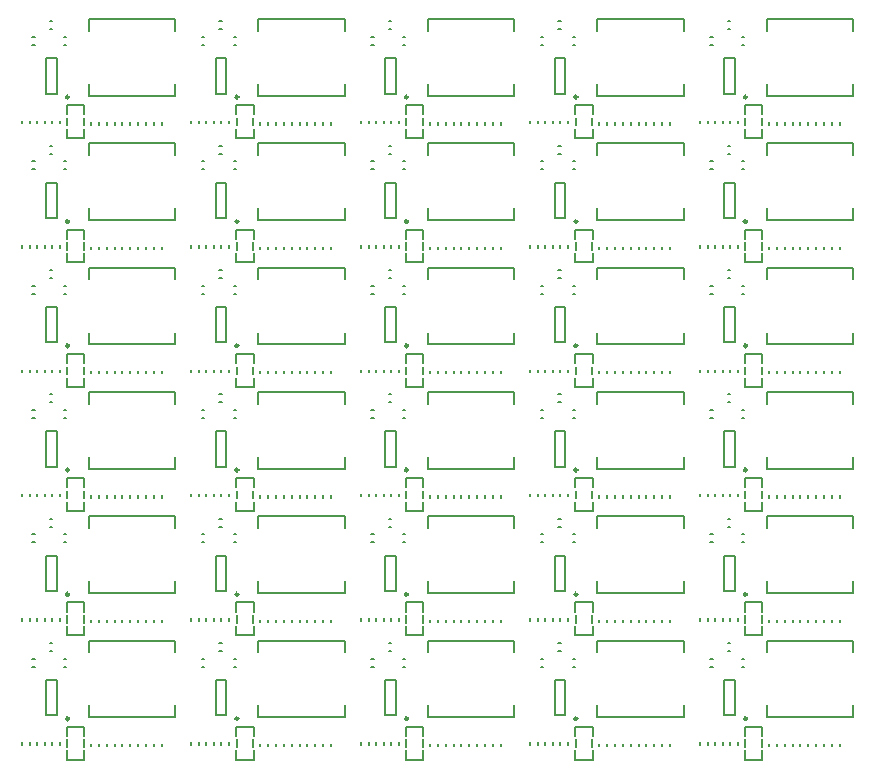
<source format=gto>
G04*
G04 #@! TF.GenerationSoftware,Altium Limited,Altium Designer,23.5.1 (21)*
G04*
G04 Layer_Color=65535*
%FSTAX25Y25*%
%MOIN*%
G70*
G04*
G04 #@! TF.SameCoordinates,755BC27C-C67A-4D62-9883-C884FE973DC9*
G04*
G04*
G04 #@! TF.FilePolarity,Positive*
G04*
G01*
G75*
%ADD10C,0.00787*%
%ADD42C,0.00984*%
%ADD43C,0.00500*%
%ADD44C,0.00800*%
D10*
X0010079Y0047216D02*
X0013622D01*
X0010079Y0035405D02*
X0013622D01*
X0010079D02*
Y0047216D01*
X0013622Y0035405D02*
Y0047216D01*
X0066575D02*
X0070118D01*
X0066575Y0035405D02*
X0070118D01*
X0066575D02*
Y0047216D01*
X0070118Y0035405D02*
Y0047216D01*
X0123071D02*
X0126614D01*
X0123071Y0035405D02*
X0126614D01*
X0123071D02*
Y0047216D01*
X0126614Y0035405D02*
Y0047216D01*
X0179567D02*
X0183111D01*
X0179567Y0035405D02*
X0183111D01*
X0179567D02*
Y0047216D01*
X0183111Y0035405D02*
Y0047216D01*
X0236063D02*
X0239607D01*
X0236063Y0035405D02*
X0239607D01*
X0236063D02*
Y0047216D01*
X0239607Y0035405D02*
Y0047216D01*
X0010079Y0088651D02*
X0013622D01*
X0010079Y007684D02*
X0013622D01*
X0010079D02*
Y0088651D01*
X0013622Y007684D02*
Y0088651D01*
X0066575D02*
X0070118D01*
X0066575Y007684D02*
X0070118D01*
X0066575D02*
Y0088651D01*
X0070118Y007684D02*
Y0088651D01*
X0123071D02*
X0126614D01*
X0123071Y007684D02*
X0126614D01*
X0123071D02*
Y0088651D01*
X0126614Y007684D02*
Y0088651D01*
X0179567D02*
X0183111D01*
X0179567Y007684D02*
X0183111D01*
X0179567D02*
Y0088651D01*
X0183111Y007684D02*
Y0088651D01*
X0236063D02*
X0239607D01*
X0236063Y007684D02*
X0239607D01*
X0236063D02*
Y0088651D01*
X0239607Y007684D02*
Y0088651D01*
X0010079Y0130087D02*
X0013622D01*
X0010079Y0118276D02*
X0013622D01*
X0010079D02*
Y0130087D01*
X0013622Y0118276D02*
Y0130087D01*
X0066575D02*
X0070118D01*
X0066575Y0118276D02*
X0070118D01*
X0066575D02*
Y0130087D01*
X0070118Y0118276D02*
Y0130087D01*
X0123071D02*
X0126614D01*
X0123071Y0118276D02*
X0126614D01*
X0123071D02*
Y0130087D01*
X0126614Y0118276D02*
Y0130087D01*
X0179567D02*
X0183111D01*
X0179567Y0118276D02*
X0183111D01*
X0179567D02*
Y0130087D01*
X0183111Y0118276D02*
Y0130087D01*
X0236063D02*
X0239607D01*
X0236063Y0118276D02*
X0239607D01*
X0236063D02*
Y0130087D01*
X0239607Y0118276D02*
Y0130087D01*
X0010079Y0171523D02*
X0013622D01*
X0010079Y0159712D02*
X0013622D01*
X0010079D02*
Y0171523D01*
X0013622Y0159712D02*
Y0171523D01*
X0066575D02*
X0070118D01*
X0066575Y0159712D02*
X0070118D01*
X0066575D02*
Y0171523D01*
X0070118Y0159712D02*
Y0171523D01*
X0123071D02*
X0126614D01*
X0123071Y0159712D02*
X0126614D01*
X0123071D02*
Y0171523D01*
X0126614Y0159712D02*
Y0171523D01*
X0179567D02*
X0183111D01*
X0179567Y0159712D02*
X0183111D01*
X0179567D02*
Y0171523D01*
X0183111Y0159712D02*
Y0171523D01*
X0236063D02*
X0239607D01*
X0236063Y0159712D02*
X0239607D01*
X0236063D02*
Y0171523D01*
X0239607Y0159712D02*
Y0171523D01*
X0010079Y0212958D02*
X0013622D01*
X0010079Y0201147D02*
X0013622D01*
X0010079D02*
Y0212958D01*
X0013622Y0201147D02*
Y0212958D01*
X0066575D02*
X0070118D01*
X0066575Y0201147D02*
X0070118D01*
X0066575D02*
Y0212958D01*
X0070118Y0201147D02*
Y0212958D01*
X0123071D02*
X0126614D01*
X0123071Y0201147D02*
X0126614D01*
X0123071D02*
Y0212958D01*
X0126614Y0201147D02*
Y0212958D01*
X0179567D02*
X0183111D01*
X0179567Y0201147D02*
X0183111D01*
X0179567D02*
Y0212958D01*
X0183111Y0201147D02*
Y0212958D01*
X0236063D02*
X0239607D01*
X0236063Y0201147D02*
X0239607D01*
X0236063D02*
Y0212958D01*
X0239607Y0201147D02*
Y0212958D01*
X0010079Y0254394D02*
X0013622D01*
X0010079Y0242583D02*
X0013622D01*
X0010079D02*
Y0254394D01*
X0013622Y0242583D02*
Y0254394D01*
X0066575D02*
X0070118D01*
X0066575Y0242583D02*
X0070118D01*
X0066575D02*
Y0254394D01*
X0070118Y0242583D02*
Y0254394D01*
X0123071D02*
X0126614D01*
X0123071Y0242583D02*
X0126614D01*
X0123071D02*
Y0254394D01*
X0126614Y0242583D02*
Y0254394D01*
X0179567D02*
X0183111D01*
X0179567Y0242583D02*
X0183111D01*
X0179567D02*
Y0254394D01*
X0183111Y0242583D02*
Y0254394D01*
X0236063D02*
X0239607D01*
X0236063Y0242583D02*
X0239607D01*
X0236063D02*
Y0254394D01*
X0239607Y0242583D02*
Y0254394D01*
D42*
X0017658Y0034322D02*
G03*
X0017658Y0034322I-0000492J0D01*
G01*
X0074154D02*
G03*
X0074154Y0034322I-0000492J0D01*
G01*
X013065D02*
G03*
X013065Y0034322I-0000492J0D01*
G01*
X0187146D02*
G03*
X0187146Y0034322I-0000492J0D01*
G01*
X0243642D02*
G03*
X0243642Y0034322I-0000492J0D01*
G01*
X0017658Y0075757D02*
G03*
X0017658Y0075757I-0000492J0D01*
G01*
X0074154D02*
G03*
X0074154Y0075757I-0000492J0D01*
G01*
X013065D02*
G03*
X013065Y0075757I-0000492J0D01*
G01*
X0187146D02*
G03*
X0187146Y0075757I-0000492J0D01*
G01*
X0243642D02*
G03*
X0243642Y0075757I-0000492J0D01*
G01*
X0017658Y0117193D02*
G03*
X0017658Y0117193I-0000492J0D01*
G01*
X0074154D02*
G03*
X0074154Y0117193I-0000492J0D01*
G01*
X013065D02*
G03*
X013065Y0117193I-0000492J0D01*
G01*
X0187146D02*
G03*
X0187146Y0117193I-0000492J0D01*
G01*
X0243642D02*
G03*
X0243642Y0117193I-0000492J0D01*
G01*
X0017658Y0158629D02*
G03*
X0017658Y0158629I-0000492J0D01*
G01*
X0074154D02*
G03*
X0074154Y0158629I-0000492J0D01*
G01*
X013065D02*
G03*
X013065Y0158629I-0000492J0D01*
G01*
X0187146D02*
G03*
X0187146Y0158629I-0000492J0D01*
G01*
X0243642D02*
G03*
X0243642Y0158629I-0000492J0D01*
G01*
X0017658Y0200065D02*
G03*
X0017658Y0200065I-0000492J0D01*
G01*
X0074154D02*
G03*
X0074154Y0200065I-0000492J0D01*
G01*
X013065D02*
G03*
X013065Y0200065I-0000492J0D01*
G01*
X0187146D02*
G03*
X0187146Y0200065I-0000492J0D01*
G01*
X0243642D02*
G03*
X0243642Y0200065I-0000492J0D01*
G01*
X0017658Y02415D02*
G03*
X0017658Y02415I-0000492J0D01*
G01*
X0074154D02*
G03*
X0074154Y02415I-0000492J0D01*
G01*
X013065D02*
G03*
X013065Y02415I-0000492J0D01*
G01*
X0187146D02*
G03*
X0187146Y02415I-0000492J0D01*
G01*
X0243642D02*
G03*
X0243642Y02415I-0000492J0D01*
G01*
D43*
X0016988Y0020621D02*
Y0023692D01*
Y0020621D02*
X0022815D01*
X0016969Y0028534D02*
Y0031605D01*
X0022795D01*
X0022815Y0020621D02*
Y0023692D01*
X0022795Y0028534D02*
Y0031605D01*
X0024311Y0034759D02*
Y0038696D01*
Y0034759D02*
X0053051D01*
X0024311Y0056412D02*
Y0060349D01*
X0053051Y0034759D02*
Y0038696D01*
X0024311Y0060349D02*
X0053051D01*
Y0056412D02*
Y0060349D01*
X0043317Y0025897D02*
X0043317Y0025109D01*
X004064Y0025897D02*
X004064Y0025109D01*
X0006929Y0026365D02*
X0006929Y0025577D01*
X0009606Y0026365D02*
X0009606Y0025577D01*
X0030335Y0025845D02*
X0030335Y0025058D01*
X0033013Y0025845D02*
X0033013Y0025058D01*
X0011949Y0026365D02*
X0011949Y0025577D01*
X0014626Y0026365D02*
X0014626Y0025577D01*
X0035454Y0025845D02*
X0035454Y0025058D01*
X0038131Y0025845D02*
X0038131Y0025058D01*
X0045906Y0025897D02*
X0045906Y0025109D01*
X0048583Y0025897D02*
X0048583Y0025109D01*
X002498Y0025845D02*
X002498Y0025058D01*
X0027657Y0025845D02*
X0027657Y0025058D01*
X0011319Y0056841D02*
X0012106Y0056841D01*
X0011319Y0059519D02*
X0012106Y0059519D01*
X0005512Y0054302D02*
X0006299Y0054302D01*
X0005512Y0051625D02*
X0006299Y0051625D01*
X0016043Y0054302D02*
X0016831Y0054302D01*
X0016043Y0051625D02*
X0016831Y0051625D01*
X0004556Y0026365D02*
X0004556Y0025577D01*
X0001879Y0026365D02*
X0001879Y0025577D01*
X0073484Y0020621D02*
Y0023692D01*
Y0020621D02*
X0079311D01*
X0073465Y0028534D02*
Y0031605D01*
X0079291D01*
X0079311Y0020621D02*
Y0023692D01*
X0079291Y0028534D02*
Y0031605D01*
X0080807Y0034759D02*
Y0038696D01*
Y0034759D02*
X0109547D01*
X0080807Y0056412D02*
Y0060349D01*
X0109547Y0034759D02*
Y0038696D01*
X0080807Y0060349D02*
X0109547D01*
Y0056412D02*
Y0060349D01*
X0099813Y0025897D02*
X0099813Y0025109D01*
X0097136Y0025897D02*
X0097136Y0025109D01*
X0063425Y0026365D02*
X0063425Y0025577D01*
X0066102Y0026365D02*
X0066102Y0025577D01*
X0086831Y0025845D02*
X0086831Y0025058D01*
X0089509Y0025845D02*
X0089509Y0025058D01*
X0068445Y0026365D02*
X0068445Y0025577D01*
X0071122Y0026365D02*
X0071122Y0025577D01*
X009195Y0025845D02*
X009195Y0025058D01*
X0094627Y0025845D02*
X0094627Y0025058D01*
X0102402Y0025897D02*
X0102402Y0025109D01*
X0105079Y0025897D02*
X0105079Y0025109D01*
X0081476Y0025845D02*
X0081476Y0025058D01*
X0084154Y0025845D02*
X0084154Y0025058D01*
X0067815Y0056841D02*
X0068603Y0056841D01*
X0067815Y0059519D02*
X0068603Y0059519D01*
X0062008Y0054302D02*
X0062795Y0054302D01*
X0062008Y0051625D02*
X0062795Y0051625D01*
X0072539Y0054302D02*
X0073327Y0054302D01*
X0072539Y0051625D02*
X0073327Y0051625D01*
X0061052Y0026365D02*
X0061052Y0025577D01*
X0058375Y0026365D02*
X0058375Y0025577D01*
X0129981Y0020621D02*
Y0023692D01*
Y0020621D02*
X0135807D01*
X0129961Y0028534D02*
Y0031605D01*
X0135788D01*
X0135807Y0020621D02*
Y0023692D01*
X0135788Y0028534D02*
Y0031605D01*
X0137303Y0034759D02*
Y0038696D01*
Y0034759D02*
X0166043D01*
X0137303Y0056412D02*
Y0060349D01*
X0166043Y0034759D02*
Y0038696D01*
X0137303Y0060349D02*
X0166043D01*
Y0056412D02*
Y0060349D01*
X0156309Y0025897D02*
X0156309Y0025109D01*
X0153632Y0025897D02*
X0153632Y0025109D01*
X0119922Y0026365D02*
X0119922Y0025577D01*
X0122599Y0026365D02*
X0122599Y0025577D01*
X0143328Y0025845D02*
X0143328Y0025058D01*
X0146005Y0025845D02*
X0146005Y0025058D01*
X0124941Y0026365D02*
X0124941Y0025577D01*
X0127618Y0026365D02*
X0127618Y0025577D01*
X0148446Y0025845D02*
X0148446Y0025058D01*
X0151123Y0025845D02*
X0151123Y0025058D01*
X0158898Y0025897D02*
X0158898Y0025109D01*
X0161575Y0025897D02*
X0161575Y0025109D01*
X0137973Y0025845D02*
X0137973Y0025058D01*
X014065Y0025845D02*
X014065Y0025058D01*
X0124311Y0056841D02*
X0125099Y0056841D01*
X0124311Y0059519D02*
X0125099Y0059519D01*
X0118504Y0054302D02*
X0119292Y0054302D01*
X0118504Y0051625D02*
X0119292Y0051625D01*
X0129036Y0054302D02*
X0129823Y0054302D01*
X0129036Y0051625D02*
X0129823Y0051625D01*
X0117548Y0026365D02*
X0117548Y0025577D01*
X0114871Y0026365D02*
X0114871Y0025577D01*
X0186477Y0020621D02*
Y0023692D01*
Y0020621D02*
X0192304D01*
X0186457Y0028534D02*
Y0031605D01*
X0192284D01*
X0192304Y0020621D02*
Y0023692D01*
X0192284Y0028534D02*
Y0031605D01*
X0193799Y0034759D02*
Y0038696D01*
Y0034759D02*
X022254D01*
X0193799Y0056412D02*
Y0060349D01*
X022254Y0034759D02*
Y0038696D01*
X0193799Y0060349D02*
X022254D01*
Y0056412D02*
Y0060349D01*
X0212806Y0025897D02*
X0212806Y0025109D01*
X0210128Y0025897D02*
X0210128Y0025109D01*
X0176418Y0026365D02*
X0176418Y0025577D01*
X0179095Y0026365D02*
X0179095Y0025577D01*
X0199824Y0025845D02*
X0199824Y0025058D01*
X0202501Y0025845D02*
X0202501Y0025058D01*
X0181437Y0026365D02*
X0181437Y0025577D01*
X0184115Y0026365D02*
X0184115Y0025577D01*
X0204942Y0025845D02*
X0204942Y0025058D01*
X0207619Y0025845D02*
X0207619Y0025058D01*
X0215394Y0025897D02*
X0215394Y0025109D01*
X0218071Y0025897D02*
X0218071Y0025109D01*
X0194469Y0025845D02*
X0194469Y0025058D01*
X0197146Y0025845D02*
X0197146Y0025058D01*
X0180807Y0056841D02*
X0181595Y0056841D01*
X0180807Y0059519D02*
X0181595Y0059519D01*
X0175Y0054302D02*
X0175788Y0054302D01*
X0175Y0051625D02*
X0175788Y0051625D01*
X0185532Y0054302D02*
X0186319Y0054302D01*
X0185532Y0051625D02*
X0186319Y0051625D01*
X0174044Y0026365D02*
X0174044Y0025577D01*
X0171367Y0026365D02*
X0171367Y0025577D01*
X0242973Y0020621D02*
Y0023692D01*
Y0020621D02*
X02488D01*
X0242953Y0028534D02*
Y0031605D01*
X024878D01*
X02488Y0020621D02*
Y0023692D01*
X024878Y0028534D02*
Y0031605D01*
X0250296Y0034759D02*
Y0038696D01*
Y0034759D02*
X0279036D01*
X0250296Y0056412D02*
Y0060349D01*
X0279036Y0034759D02*
Y0038696D01*
X0250296Y0060349D02*
X0279036D01*
Y0056412D02*
Y0060349D01*
X0269302Y0025897D02*
X0269302Y0025109D01*
X0266624Y0025897D02*
X0266624Y0025109D01*
X0232914Y0026365D02*
X0232914Y0025577D01*
X0235591Y0026365D02*
X0235591Y0025577D01*
X025632Y0025845D02*
X025632Y0025058D01*
X0258997Y0025845D02*
X0258997Y0025058D01*
X0237933Y0026365D02*
X0237933Y0025577D01*
X0240611Y0026365D02*
X0240611Y0025577D01*
X0261438Y0025845D02*
X0261438Y0025058D01*
X0264115Y0025845D02*
X0264115Y0025058D01*
X027189Y0025897D02*
X027189Y0025109D01*
X0274567Y0025897D02*
X0274567Y0025109D01*
X0250965Y0025845D02*
X0250965Y0025058D01*
X0253642Y0025845D02*
X0253642Y0025058D01*
X0237304Y0056841D02*
X0238091Y0056841D01*
X0237304Y0059519D02*
X0238091Y0059519D01*
X0231497Y0054302D02*
X0232284Y0054302D01*
X0231497Y0051625D02*
X0232284Y0051625D01*
X0242028Y0054302D02*
X0242815Y0054302D01*
X0242028Y0051625D02*
X0242815Y0051625D01*
X023054Y0026365D02*
X023054Y0025577D01*
X0227863Y0026365D02*
X0227863Y0025577D01*
X0016988Y0062057D02*
Y0065128D01*
Y0062057D02*
X0022815D01*
X0016969Y006997D02*
Y0073041D01*
X0022795D01*
X0022815Y0062057D02*
Y0065128D01*
X0022795Y006997D02*
Y0073041D01*
X0024311Y0076194D02*
Y0080131D01*
Y0076194D02*
X0053051D01*
X0024311Y0097848D02*
Y0101785D01*
X0053051Y0076194D02*
Y0080131D01*
X0024311Y0101785D02*
X0053051D01*
Y0097848D02*
Y0101785D01*
X0043317Y0067332D02*
X0043317Y0066545D01*
X004064Y0067332D02*
X004064Y0066545D01*
X0006929Y00678D02*
X0006929Y0067013D01*
X0009606Y00678D02*
X0009606Y0067013D01*
X0030335Y0067281D02*
X0030335Y0066494D01*
X0033013Y0067281D02*
X0033013Y0066494D01*
X0011949Y00678D02*
X0011949Y0067013D01*
X0014626Y00678D02*
X0014626Y0067013D01*
X0035454Y0067281D02*
X0035454Y0066494D01*
X0038131Y0067281D02*
X0038131Y0066494D01*
X0045906Y0067332D02*
X0045906Y0066545D01*
X0048583Y0067332D02*
X0048583Y0066545D01*
X002498Y0067281D02*
X002498Y0066494D01*
X0027657Y0067281D02*
X0027657Y0066494D01*
X0011319Y0098277D02*
X0012106Y0098277D01*
X0011319Y0100954D02*
X0012106Y0100954D01*
X0005512Y0095738D02*
X0006299Y0095738D01*
X0005512Y0093061D02*
X0006299Y0093061D01*
X0016043Y0095738D02*
X0016831Y0095738D01*
X0016043Y0093061D02*
X0016831Y0093061D01*
X0004556Y00678D02*
X0004556Y0067013D01*
X0001879Y00678D02*
X0001879Y0067013D01*
X0073484Y0062057D02*
Y0065128D01*
Y0062057D02*
X0079311D01*
X0073465Y006997D02*
Y0073041D01*
X0079291D01*
X0079311Y0062057D02*
Y0065128D01*
X0079291Y006997D02*
Y0073041D01*
X0080807Y0076194D02*
Y0080131D01*
Y0076194D02*
X0109547D01*
X0080807Y0097848D02*
Y0101785D01*
X0109547Y0076194D02*
Y0080131D01*
X0080807Y0101785D02*
X0109547D01*
Y0097848D02*
Y0101785D01*
X0099813Y0067332D02*
X0099813Y0066545D01*
X0097136Y0067332D02*
X0097136Y0066545D01*
X0063425Y00678D02*
X0063425Y0067013D01*
X0066102Y00678D02*
X0066102Y0067013D01*
X0086831Y0067281D02*
X0086831Y0066494D01*
X0089509Y0067281D02*
X0089509Y0066494D01*
X0068445Y00678D02*
X0068445Y0067013D01*
X0071122Y00678D02*
X0071122Y0067013D01*
X009195Y0067281D02*
X009195Y0066494D01*
X0094627Y0067281D02*
X0094627Y0066494D01*
X0102402Y0067332D02*
X0102402Y0066545D01*
X0105079Y0067332D02*
X0105079Y0066545D01*
X0081476Y0067281D02*
X0081476Y0066494D01*
X0084154Y0067281D02*
X0084154Y0066494D01*
X0067815Y0098277D02*
X0068603Y0098277D01*
X0067815Y0100954D02*
X0068603Y0100954D01*
X0062008Y0095738D02*
X0062795Y0095738D01*
X0062008Y0093061D02*
X0062795Y0093061D01*
X0072539Y0095738D02*
X0073327Y0095738D01*
X0072539Y0093061D02*
X0073327Y0093061D01*
X0061052Y00678D02*
X0061052Y0067013D01*
X0058375Y00678D02*
X0058375Y0067013D01*
X0129981Y0062057D02*
Y0065128D01*
Y0062057D02*
X0135807D01*
X0129961Y006997D02*
Y0073041D01*
X0135788D01*
X0135807Y0062057D02*
Y0065128D01*
X0135788Y006997D02*
Y0073041D01*
X0137303Y0076194D02*
Y0080131D01*
Y0076194D02*
X0166043D01*
X0137303Y0097848D02*
Y0101785D01*
X0166043Y0076194D02*
Y0080131D01*
X0137303Y0101785D02*
X0166043D01*
Y0097848D02*
Y0101785D01*
X0156309Y0067332D02*
X0156309Y0066545D01*
X0153632Y0067332D02*
X0153632Y0066545D01*
X0119922Y00678D02*
X0119922Y0067013D01*
X0122599Y00678D02*
X0122599Y0067013D01*
X0143328Y0067281D02*
X0143328Y0066494D01*
X0146005Y0067281D02*
X0146005Y0066494D01*
X0124941Y00678D02*
X0124941Y0067013D01*
X0127618Y00678D02*
X0127618Y0067013D01*
X0148446Y0067281D02*
X0148446Y0066494D01*
X0151123Y0067281D02*
X0151123Y0066494D01*
X0158898Y0067332D02*
X0158898Y0066545D01*
X0161575Y0067332D02*
X0161575Y0066545D01*
X0137973Y0067281D02*
X0137973Y0066494D01*
X014065Y0067281D02*
X014065Y0066494D01*
X0124311Y0098277D02*
X0125099Y0098277D01*
X0124311Y0100954D02*
X0125099Y0100954D01*
X0118504Y0095738D02*
X0119292Y0095738D01*
X0118504Y0093061D02*
X0119292Y0093061D01*
X0129036Y0095738D02*
X0129823Y0095738D01*
X0129036Y0093061D02*
X0129823Y0093061D01*
X0117548Y00678D02*
X0117548Y0067013D01*
X0114871Y00678D02*
X0114871Y0067013D01*
X0186477Y0062057D02*
Y0065128D01*
Y0062057D02*
X0192304D01*
X0186457Y006997D02*
Y0073041D01*
X0192284D01*
X0192304Y0062057D02*
Y0065128D01*
X0192284Y006997D02*
Y0073041D01*
X0193799Y0076194D02*
Y0080131D01*
Y0076194D02*
X022254D01*
X0193799Y0097848D02*
Y0101785D01*
X022254Y0076194D02*
Y0080131D01*
X0193799Y0101785D02*
X022254D01*
Y0097848D02*
Y0101785D01*
X0212806Y0067332D02*
X0212806Y0066545D01*
X0210128Y0067332D02*
X0210128Y0066545D01*
X0176418Y00678D02*
X0176418Y0067013D01*
X0179095Y00678D02*
X0179095Y0067013D01*
X0199824Y0067281D02*
X0199824Y0066494D01*
X0202501Y0067281D02*
X0202501Y0066494D01*
X0181437Y00678D02*
X0181437Y0067013D01*
X0184115Y00678D02*
X0184115Y0067013D01*
X0204942Y0067281D02*
X0204942Y0066494D01*
X0207619Y0067281D02*
X0207619Y0066494D01*
X0215394Y0067332D02*
X0215394Y0066545D01*
X0218071Y0067332D02*
X0218071Y0066545D01*
X0194469Y0067281D02*
X0194469Y0066494D01*
X0197146Y0067281D02*
X0197146Y0066494D01*
X0180807Y0098277D02*
X0181595Y0098277D01*
X0180807Y0100954D02*
X0181595Y0100954D01*
X0175Y0095738D02*
X0175788Y0095738D01*
X0175Y0093061D02*
X0175788Y0093061D01*
X0185532Y0095738D02*
X0186319Y0095738D01*
X0185532Y0093061D02*
X0186319Y0093061D01*
X0174044Y00678D02*
X0174044Y0067013D01*
X0171367Y00678D02*
X0171367Y0067013D01*
X0242973Y0062057D02*
Y0065128D01*
Y0062057D02*
X02488D01*
X0242953Y006997D02*
Y0073041D01*
X024878D01*
X02488Y0062057D02*
Y0065128D01*
X024878Y006997D02*
Y0073041D01*
X0250296Y0076194D02*
Y0080131D01*
Y0076194D02*
X0279036D01*
X0250296Y0097848D02*
Y0101785D01*
X0279036Y0076194D02*
Y0080131D01*
X0250296Y0101785D02*
X0279036D01*
Y0097848D02*
Y0101785D01*
X0269302Y0067332D02*
X0269302Y0066545D01*
X0266624Y0067332D02*
X0266624Y0066545D01*
X0232914Y00678D02*
X0232914Y0067013D01*
X0235591Y00678D02*
X0235591Y0067013D01*
X025632Y0067281D02*
X025632Y0066494D01*
X0258997Y0067281D02*
X0258997Y0066494D01*
X0237933Y00678D02*
X0237933Y0067013D01*
X0240611Y00678D02*
X0240611Y0067013D01*
X0261438Y0067281D02*
X0261438Y0066494D01*
X0264115Y0067281D02*
X0264115Y0066494D01*
X027189Y0067332D02*
X027189Y0066545D01*
X0274567Y0067332D02*
X0274567Y0066545D01*
X0250965Y0067281D02*
X0250965Y0066494D01*
X0253642Y0067281D02*
X0253642Y0066494D01*
X0237304Y0098277D02*
X0238091Y0098277D01*
X0237304Y0100954D02*
X0238091Y0100954D01*
X0231497Y0095738D02*
X0232284Y0095738D01*
X0231497Y0093061D02*
X0232284Y0093061D01*
X0242028Y0095738D02*
X0242815Y0095738D01*
X0242028Y0093061D02*
X0242815Y0093061D01*
X023054Y00678D02*
X023054Y0067013D01*
X0227863Y00678D02*
X0227863Y0067013D01*
X0016988Y0103492D02*
Y0106563D01*
Y0103492D02*
X0022815D01*
X0016969Y0111406D02*
Y0114477D01*
X0022795D01*
X0022815Y0103492D02*
Y0106563D01*
X0022795Y0111406D02*
Y0114477D01*
X0024311Y011763D02*
Y0121567D01*
Y011763D02*
X0053051D01*
X0024311Y0139284D02*
Y0143221D01*
X0053051Y011763D02*
Y0121567D01*
X0024311Y0143221D02*
X0053051D01*
Y0139284D02*
Y0143221D01*
X0043317Y0108768D02*
X0043317Y0107981D01*
X004064Y0108768D02*
X004064Y0107981D01*
X0006929Y0109236D02*
X0006929Y0108449D01*
X0009606Y0109236D02*
X0009606Y0108449D01*
X0030335Y0108717D02*
X0030335Y0107929D01*
X0033013Y0108717D02*
X0033013Y0107929D01*
X0011949Y0109236D02*
X0011949Y0108449D01*
X0014626Y0109236D02*
X0014626Y0108449D01*
X0035454Y0108717D02*
X0035454Y0107929D01*
X0038131Y0108717D02*
X0038131Y0107929D01*
X0045906Y0108768D02*
X0045906Y0107981D01*
X0048583Y0108768D02*
X0048583Y0107981D01*
X002498Y0108717D02*
X002498Y0107929D01*
X0027657Y0108717D02*
X0027657Y0107929D01*
X0011319Y0139713D02*
X0012106Y0139713D01*
X0011319Y014239D02*
X0012106Y014239D01*
X0005512Y0137174D02*
X0006299Y0137174D01*
X0005512Y0134496D02*
X0006299Y0134496D01*
X0016043Y0137174D02*
X0016831Y0137174D01*
X0016043Y0134496D02*
X0016831Y0134496D01*
X0004556Y0109236D02*
X0004556Y0108449D01*
X0001879Y0109236D02*
X0001879Y0108449D01*
X0073484Y0103492D02*
Y0106563D01*
Y0103492D02*
X0079311D01*
X0073465Y0111406D02*
Y0114477D01*
X0079291D01*
X0079311Y0103492D02*
Y0106563D01*
X0079291Y0111406D02*
Y0114477D01*
X0080807Y011763D02*
Y0121567D01*
Y011763D02*
X0109547D01*
X0080807Y0139284D02*
Y0143221D01*
X0109547Y011763D02*
Y0121567D01*
X0080807Y0143221D02*
X0109547D01*
Y0139284D02*
Y0143221D01*
X0099813Y0108768D02*
X0099813Y0107981D01*
X0097136Y0108768D02*
X0097136Y0107981D01*
X0063425Y0109236D02*
X0063425Y0108449D01*
X0066102Y0109236D02*
X0066102Y0108449D01*
X0086831Y0108717D02*
X0086831Y0107929D01*
X0089509Y0108717D02*
X0089509Y0107929D01*
X0068445Y0109236D02*
X0068445Y0108449D01*
X0071122Y0109236D02*
X0071122Y0108449D01*
X009195Y0108717D02*
X009195Y0107929D01*
X0094627Y0108717D02*
X0094627Y0107929D01*
X0102402Y0108768D02*
X0102402Y0107981D01*
X0105079Y0108768D02*
X0105079Y0107981D01*
X0081476Y0108717D02*
X0081476Y0107929D01*
X0084154Y0108717D02*
X0084154Y0107929D01*
X0067815Y0139713D02*
X0068603Y0139713D01*
X0067815Y014239D02*
X0068603Y014239D01*
X0062008Y0137174D02*
X0062795Y0137174D01*
X0062008Y0134496D02*
X0062795Y0134496D01*
X0072539Y0137174D02*
X0073327Y0137174D01*
X0072539Y0134496D02*
X0073327Y0134496D01*
X0061052Y0109236D02*
X0061052Y0108449D01*
X0058375Y0109236D02*
X0058375Y0108449D01*
X0129981Y0103492D02*
Y0106563D01*
Y0103492D02*
X0135807D01*
X0129961Y0111406D02*
Y0114477D01*
X0135788D01*
X0135807Y0103492D02*
Y0106563D01*
X0135788Y0111406D02*
Y0114477D01*
X0137303Y011763D02*
Y0121567D01*
Y011763D02*
X0166043D01*
X0137303Y0139284D02*
Y0143221D01*
X0166043Y011763D02*
Y0121567D01*
X0137303Y0143221D02*
X0166043D01*
Y0139284D02*
Y0143221D01*
X0156309Y0108768D02*
X0156309Y0107981D01*
X0153632Y0108768D02*
X0153632Y0107981D01*
X0119922Y0109236D02*
X0119922Y0108449D01*
X0122599Y0109236D02*
X0122599Y0108449D01*
X0143328Y0108717D02*
X0143328Y0107929D01*
X0146005Y0108717D02*
X0146005Y0107929D01*
X0124941Y0109236D02*
X0124941Y0108449D01*
X0127618Y0109236D02*
X0127618Y0108449D01*
X0148446Y0108717D02*
X0148446Y0107929D01*
X0151123Y0108717D02*
X0151123Y0107929D01*
X0158898Y0108768D02*
X0158898Y0107981D01*
X0161575Y0108768D02*
X0161575Y0107981D01*
X0137973Y0108717D02*
X0137973Y0107929D01*
X014065Y0108717D02*
X014065Y0107929D01*
X0124311Y0139713D02*
X0125099Y0139713D01*
X0124311Y014239D02*
X0125099Y014239D01*
X0118504Y0137174D02*
X0119292Y0137174D01*
X0118504Y0134496D02*
X0119292Y0134496D01*
X0129036Y0137174D02*
X0129823Y0137174D01*
X0129036Y0134496D02*
X0129823Y0134496D01*
X0117548Y0109236D02*
X0117548Y0108449D01*
X0114871Y0109236D02*
X0114871Y0108449D01*
X0186477Y0103492D02*
Y0106563D01*
Y0103492D02*
X0192304D01*
X0186457Y0111406D02*
Y0114477D01*
X0192284D01*
X0192304Y0103492D02*
Y0106563D01*
X0192284Y0111406D02*
Y0114477D01*
X0193799Y011763D02*
Y0121567D01*
Y011763D02*
X022254D01*
X0193799Y0139284D02*
Y0143221D01*
X022254Y011763D02*
Y0121567D01*
X0193799Y0143221D02*
X022254D01*
Y0139284D02*
Y0143221D01*
X0212806Y0108768D02*
X0212806Y0107981D01*
X0210128Y0108768D02*
X0210128Y0107981D01*
X0176418Y0109236D02*
X0176418Y0108449D01*
X0179095Y0109236D02*
X0179095Y0108449D01*
X0199824Y0108717D02*
X0199824Y0107929D01*
X0202501Y0108717D02*
X0202501Y0107929D01*
X0181437Y0109236D02*
X0181437Y0108449D01*
X0184115Y0109236D02*
X0184115Y0108449D01*
X0204942Y0108717D02*
X0204942Y0107929D01*
X0207619Y0108717D02*
X0207619Y0107929D01*
X0215394Y0108768D02*
X0215394Y0107981D01*
X0218071Y0108768D02*
X0218071Y0107981D01*
X0194469Y0108717D02*
X0194469Y0107929D01*
X0197146Y0108717D02*
X0197146Y0107929D01*
X0180807Y0139713D02*
X0181595Y0139713D01*
X0180807Y014239D02*
X0181595Y014239D01*
X0175Y0137174D02*
X0175788Y0137174D01*
X0175Y0134496D02*
X0175788Y0134496D01*
X0185532Y0137174D02*
X0186319Y0137174D01*
X0185532Y0134496D02*
X0186319Y0134496D01*
X0174044Y0109236D02*
X0174044Y0108449D01*
X0171367Y0109236D02*
X0171367Y0108449D01*
X0242973Y0103492D02*
Y0106563D01*
Y0103492D02*
X02488D01*
X0242953Y0111406D02*
Y0114477D01*
X024878D01*
X02488Y0103492D02*
Y0106563D01*
X024878Y0111406D02*
Y0114477D01*
X0250296Y011763D02*
Y0121567D01*
Y011763D02*
X0279036D01*
X0250296Y0139284D02*
Y0143221D01*
X0279036Y011763D02*
Y0121567D01*
X0250296Y0143221D02*
X0279036D01*
Y0139284D02*
Y0143221D01*
X0269302Y0108768D02*
X0269302Y0107981D01*
X0266624Y0108768D02*
X0266624Y0107981D01*
X0232914Y0109236D02*
X0232914Y0108449D01*
X0235591Y0109236D02*
X0235591Y0108449D01*
X025632Y0108717D02*
X025632Y0107929D01*
X0258997Y0108717D02*
X0258997Y0107929D01*
X0237933Y0109236D02*
X0237933Y0108449D01*
X0240611Y0109236D02*
X0240611Y0108449D01*
X0261438Y0108717D02*
X0261438Y0107929D01*
X0264115Y0108717D02*
X0264115Y0107929D01*
X027189Y0108768D02*
X027189Y0107981D01*
X0274567Y0108768D02*
X0274567Y0107981D01*
X0250965Y0108717D02*
X0250965Y0107929D01*
X0253642Y0108717D02*
X0253642Y0107929D01*
X0237304Y0139713D02*
X0238091Y0139713D01*
X0237304Y014239D02*
X0238091Y014239D01*
X0231497Y0137174D02*
X0232284Y0137174D01*
X0231497Y0134496D02*
X0232284Y0134496D01*
X0242028Y0137174D02*
X0242815Y0137174D01*
X0242028Y0134496D02*
X0242815Y0134496D01*
X023054Y0109236D02*
X023054Y0108449D01*
X0227863Y0109236D02*
X0227863Y0108449D01*
X0016988Y0144928D02*
Y0147999D01*
Y0144928D02*
X0022815D01*
X0016969Y0152841D02*
Y0155912D01*
X0022795D01*
X0022815Y0144928D02*
Y0147999D01*
X0022795Y0152841D02*
Y0155912D01*
X0024311Y0159066D02*
Y0163003D01*
Y0159066D02*
X0053051D01*
X0024311Y0180719D02*
Y0184656D01*
X0053051Y0159066D02*
Y0163003D01*
X0024311Y0184656D02*
X0053051D01*
Y0180719D02*
Y0184656D01*
X0043317Y0150204D02*
X0043317Y0149416D01*
X004064Y0150204D02*
X004064Y0149416D01*
X0006929Y0150672D02*
X0006929Y0149884D01*
X0009606Y0150672D02*
X0009606Y0149884D01*
X0030335Y0150153D02*
X0030335Y0149365D01*
X0033013Y0150153D02*
X0033013Y0149365D01*
X0011949Y0150672D02*
X0011949Y0149884D01*
X0014626Y0150672D02*
X0014626Y0149884D01*
X0035454Y0150153D02*
X0035454Y0149365D01*
X0038131Y0150153D02*
X0038131Y0149365D01*
X0045906Y0150204D02*
X0045906Y0149416D01*
X0048583Y0150204D02*
X0048583Y0149416D01*
X002498Y0150153D02*
X002498Y0149365D01*
X0027657Y0150153D02*
X0027657Y0149365D01*
X0011319Y0181149D02*
X0012106Y0181149D01*
X0011319Y0183826D02*
X0012106Y0183826D01*
X0005512Y0178609D02*
X0006299Y0178609D01*
X0005512Y0175932D02*
X0006299Y0175932D01*
X0016043Y0178609D02*
X0016831Y0178609D01*
X0016043Y0175932D02*
X0016831Y0175932D01*
X0004556Y0150672D02*
X0004556Y0149884D01*
X0001879Y0150672D02*
X0001879Y0149884D01*
X0073484Y0144928D02*
Y0147999D01*
Y0144928D02*
X0079311D01*
X0073465Y0152841D02*
Y0155912D01*
X0079291D01*
X0079311Y0144928D02*
Y0147999D01*
X0079291Y0152841D02*
Y0155912D01*
X0080807Y0159066D02*
Y0163003D01*
Y0159066D02*
X0109547D01*
X0080807Y0180719D02*
Y0184656D01*
X0109547Y0159066D02*
Y0163003D01*
X0080807Y0184656D02*
X0109547D01*
Y0180719D02*
Y0184656D01*
X0099813Y0150204D02*
X0099813Y0149416D01*
X0097136Y0150204D02*
X0097136Y0149416D01*
X0063425Y0150672D02*
X0063425Y0149884D01*
X0066102Y0150672D02*
X0066102Y0149884D01*
X0086831Y0150153D02*
X0086831Y0149365D01*
X0089509Y0150153D02*
X0089509Y0149365D01*
X0068445Y0150672D02*
X0068445Y0149884D01*
X0071122Y0150672D02*
X0071122Y0149884D01*
X009195Y0150153D02*
X009195Y0149365D01*
X0094627Y0150153D02*
X0094627Y0149365D01*
X0102402Y0150204D02*
X0102402Y0149416D01*
X0105079Y0150204D02*
X0105079Y0149416D01*
X0081476Y0150153D02*
X0081476Y0149365D01*
X0084154Y0150153D02*
X0084154Y0149365D01*
X0067815Y0181149D02*
X0068603Y0181149D01*
X0067815Y0183826D02*
X0068603Y0183826D01*
X0062008Y0178609D02*
X0062795Y0178609D01*
X0062008Y0175932D02*
X0062795Y0175932D01*
X0072539Y0178609D02*
X0073327Y0178609D01*
X0072539Y0175932D02*
X0073327Y0175932D01*
X0061052Y0150672D02*
X0061052Y0149884D01*
X0058375Y0150672D02*
X0058375Y0149884D01*
X0129981Y0144928D02*
Y0147999D01*
Y0144928D02*
X0135807D01*
X0129961Y0152841D02*
Y0155912D01*
X0135788D01*
X0135807Y0144928D02*
Y0147999D01*
X0135788Y0152841D02*
Y0155912D01*
X0137303Y0159066D02*
Y0163003D01*
Y0159066D02*
X0166043D01*
X0137303Y0180719D02*
Y0184656D01*
X0166043Y0159066D02*
Y0163003D01*
X0137303Y0184656D02*
X0166043D01*
Y0180719D02*
Y0184656D01*
X0156309Y0150204D02*
X0156309Y0149416D01*
X0153632Y0150204D02*
X0153632Y0149416D01*
X0119922Y0150672D02*
X0119922Y0149884D01*
X0122599Y0150672D02*
X0122599Y0149884D01*
X0143328Y0150153D02*
X0143328Y0149365D01*
X0146005Y0150153D02*
X0146005Y0149365D01*
X0124941Y0150672D02*
X0124941Y0149884D01*
X0127618Y0150672D02*
X0127618Y0149884D01*
X0148446Y0150153D02*
X0148446Y0149365D01*
X0151123Y0150153D02*
X0151123Y0149365D01*
X0158898Y0150204D02*
X0158898Y0149416D01*
X0161575Y0150204D02*
X0161575Y0149416D01*
X0137973Y0150153D02*
X0137973Y0149365D01*
X014065Y0150153D02*
X014065Y0149365D01*
X0124311Y0181149D02*
X0125099Y0181149D01*
X0124311Y0183826D02*
X0125099Y0183826D01*
X0118504Y0178609D02*
X0119292Y0178609D01*
X0118504Y0175932D02*
X0119292Y0175932D01*
X0129036Y0178609D02*
X0129823Y0178609D01*
X0129036Y0175932D02*
X0129823Y0175932D01*
X0117548Y0150672D02*
X0117548Y0149884D01*
X0114871Y0150672D02*
X0114871Y0149884D01*
X0186477Y0144928D02*
Y0147999D01*
Y0144928D02*
X0192304D01*
X0186457Y0152841D02*
Y0155912D01*
X0192284D01*
X0192304Y0144928D02*
Y0147999D01*
X0192284Y0152841D02*
Y0155912D01*
X0193799Y0159066D02*
Y0163003D01*
Y0159066D02*
X022254D01*
X0193799Y0180719D02*
Y0184656D01*
X022254Y0159066D02*
Y0163003D01*
X0193799Y0184656D02*
X022254D01*
Y0180719D02*
Y0184656D01*
X0212806Y0150204D02*
X0212806Y0149416D01*
X0210128Y0150204D02*
X0210128Y0149416D01*
X0176418Y0150672D02*
X0176418Y0149884D01*
X0179095Y0150672D02*
X0179095Y0149884D01*
X0199824Y0150153D02*
X0199824Y0149365D01*
X0202501Y0150153D02*
X0202501Y0149365D01*
X0181437Y0150672D02*
X0181437Y0149884D01*
X0184115Y0150672D02*
X0184115Y0149884D01*
X0204942Y0150153D02*
X0204942Y0149365D01*
X0207619Y0150153D02*
X0207619Y0149365D01*
X0215394Y0150204D02*
X0215394Y0149416D01*
X0218071Y0150204D02*
X0218071Y0149416D01*
X0194469Y0150153D02*
X0194469Y0149365D01*
X0197146Y0150153D02*
X0197146Y0149365D01*
X0180807Y0181149D02*
X0181595Y0181149D01*
X0180807Y0183826D02*
X0181595Y0183826D01*
X0175Y0178609D02*
X0175788Y0178609D01*
X0175Y0175932D02*
X0175788Y0175932D01*
X0185532Y0178609D02*
X0186319Y0178609D01*
X0185532Y0175932D02*
X0186319Y0175932D01*
X0174044Y0150672D02*
X0174044Y0149884D01*
X0171367Y0150672D02*
X0171367Y0149884D01*
X0242973Y0144928D02*
Y0147999D01*
Y0144928D02*
X02488D01*
X0242953Y0152841D02*
Y0155912D01*
X024878D01*
X02488Y0144928D02*
Y0147999D01*
X024878Y0152841D02*
Y0155912D01*
X0250296Y0159066D02*
Y0163003D01*
Y0159066D02*
X0279036D01*
X0250296Y0180719D02*
Y0184656D01*
X0279036Y0159066D02*
Y0163003D01*
X0250296Y0184656D02*
X0279036D01*
Y0180719D02*
Y0184656D01*
X0269302Y0150204D02*
X0269302Y0149416D01*
X0266624Y0150204D02*
X0266624Y0149416D01*
X0232914Y0150672D02*
X0232914Y0149884D01*
X0235591Y0150672D02*
X0235591Y0149884D01*
X025632Y0150153D02*
X025632Y0149365D01*
X0258997Y0150153D02*
X0258997Y0149365D01*
X0237933Y0150672D02*
X0237933Y0149884D01*
X0240611Y0150672D02*
X0240611Y0149884D01*
X0261438Y0150153D02*
X0261438Y0149365D01*
X0264115Y0150153D02*
X0264115Y0149365D01*
X027189Y0150204D02*
X027189Y0149416D01*
X0274567Y0150204D02*
X0274567Y0149416D01*
X0250965Y0150153D02*
X0250965Y0149365D01*
X0253642Y0150153D02*
X0253642Y0149365D01*
X0237304Y0181149D02*
X0238091Y0181149D01*
X0237304Y0183826D02*
X0238091Y0183826D01*
X0231497Y0178609D02*
X0232284Y0178609D01*
X0231497Y0175932D02*
X0232284Y0175932D01*
X0242028Y0178609D02*
X0242815Y0178609D01*
X0242028Y0175932D02*
X0242815Y0175932D01*
X023054Y0150672D02*
X023054Y0149884D01*
X0227863Y0150672D02*
X0227863Y0149884D01*
X0016988Y0186364D02*
Y0189435D01*
Y0186364D02*
X0022815D01*
X0016969Y0194277D02*
Y0197348D01*
X0022795D01*
X0022815Y0186364D02*
Y0189435D01*
X0022795Y0194277D02*
Y0197348D01*
X0024311Y0200501D02*
Y0204438D01*
Y0200501D02*
X0053051D01*
X0024311Y0222155D02*
Y0226092D01*
X0053051Y0200501D02*
Y0204438D01*
X0024311Y0226092D02*
X0053051D01*
Y0222155D02*
Y0226092D01*
X0043317Y0191639D02*
X0043317Y0190852D01*
X004064Y0191639D02*
X004064Y0190852D01*
X0006929Y0192107D02*
X0006929Y019132D01*
X0009606Y0192107D02*
X0009606Y019132D01*
X0030335Y0191588D02*
X0030335Y0190801D01*
X0033013Y0191588D02*
X0033013Y0190801D01*
X0011949Y0192107D02*
X0011949Y019132D01*
X0014626Y0192107D02*
X0014626Y019132D01*
X0035454Y0191588D02*
X0035454Y0190801D01*
X0038131Y0191588D02*
X0038131Y0190801D01*
X0045906Y0191639D02*
X0045906Y0190852D01*
X0048583Y0191639D02*
X0048583Y0190852D01*
X002498Y0191588D02*
X002498Y0190801D01*
X0027657Y0191588D02*
X0027657Y0190801D01*
X0011319Y0222584D02*
X0012106Y0222584D01*
X0011319Y0225261D02*
X0012106Y0225261D01*
X0005512Y0220045D02*
X0006299Y0220045D01*
X0005512Y0217368D02*
X0006299Y0217368D01*
X0016043Y0220045D02*
X0016831Y0220045D01*
X0016043Y0217368D02*
X0016831Y0217368D01*
X0004556Y0192107D02*
X0004556Y019132D01*
X0001879Y0192107D02*
X0001879Y019132D01*
X0073484Y0186364D02*
Y0189435D01*
Y0186364D02*
X0079311D01*
X0073465Y0194277D02*
Y0197348D01*
X0079291D01*
X0079311Y0186364D02*
Y0189435D01*
X0079291Y0194277D02*
Y0197348D01*
X0080807Y0200501D02*
Y0204438D01*
Y0200501D02*
X0109547D01*
X0080807Y0222155D02*
Y0226092D01*
X0109547Y0200501D02*
Y0204438D01*
X0080807Y0226092D02*
X0109547D01*
Y0222155D02*
Y0226092D01*
X0099813Y0191639D02*
X0099813Y0190852D01*
X0097136Y0191639D02*
X0097136Y0190852D01*
X0063425Y0192107D02*
X0063425Y019132D01*
X0066102Y0192107D02*
X0066102Y019132D01*
X0086831Y0191588D02*
X0086831Y0190801D01*
X0089509Y0191588D02*
X0089509Y0190801D01*
X0068445Y0192107D02*
X0068445Y019132D01*
X0071122Y0192107D02*
X0071122Y019132D01*
X009195Y0191588D02*
X009195Y0190801D01*
X0094627Y0191588D02*
X0094627Y0190801D01*
X0102402Y0191639D02*
X0102402Y0190852D01*
X0105079Y0191639D02*
X0105079Y0190852D01*
X0081476Y0191588D02*
X0081476Y0190801D01*
X0084154Y0191588D02*
X0084154Y0190801D01*
X0067815Y0222584D02*
X0068603Y0222584D01*
X0067815Y0225261D02*
X0068603Y0225261D01*
X0062008Y0220045D02*
X0062795Y0220045D01*
X0062008Y0217368D02*
X0062795Y0217368D01*
X0072539Y0220045D02*
X0073327Y0220045D01*
X0072539Y0217368D02*
X0073327Y0217368D01*
X0061052Y0192107D02*
X0061052Y019132D01*
X0058375Y0192107D02*
X0058375Y019132D01*
X0129981Y0186364D02*
Y0189435D01*
Y0186364D02*
X0135807D01*
X0129961Y0194277D02*
Y0197348D01*
X0135788D01*
X0135807Y0186364D02*
Y0189435D01*
X0135788Y0194277D02*
Y0197348D01*
X0137303Y0200501D02*
Y0204438D01*
Y0200501D02*
X0166043D01*
X0137303Y0222155D02*
Y0226092D01*
X0166043Y0200501D02*
Y0204438D01*
X0137303Y0226092D02*
X0166043D01*
Y0222155D02*
Y0226092D01*
X0156309Y0191639D02*
X0156309Y0190852D01*
X0153632Y0191639D02*
X0153632Y0190852D01*
X0119922Y0192107D02*
X0119922Y019132D01*
X0122599Y0192107D02*
X0122599Y019132D01*
X0143328Y0191588D02*
X0143328Y0190801D01*
X0146005Y0191588D02*
X0146005Y0190801D01*
X0124941Y0192107D02*
X0124941Y019132D01*
X0127618Y0192107D02*
X0127618Y019132D01*
X0148446Y0191588D02*
X0148446Y0190801D01*
X0151123Y0191588D02*
X0151123Y0190801D01*
X0158898Y0191639D02*
X0158898Y0190852D01*
X0161575Y0191639D02*
X0161575Y0190852D01*
X0137973Y0191588D02*
X0137973Y0190801D01*
X014065Y0191588D02*
X014065Y0190801D01*
X0124311Y0222584D02*
X0125099Y0222584D01*
X0124311Y0225261D02*
X0125099Y0225261D01*
X0118504Y0220045D02*
X0119292Y0220045D01*
X0118504Y0217368D02*
X0119292Y0217368D01*
X0129036Y0220045D02*
X0129823Y0220045D01*
X0129036Y0217368D02*
X0129823Y0217368D01*
X0117548Y0192107D02*
X0117548Y019132D01*
X0114871Y0192107D02*
X0114871Y019132D01*
X0186477Y0186364D02*
Y0189435D01*
Y0186364D02*
X0192304D01*
X0186457Y0194277D02*
Y0197348D01*
X0192284D01*
X0192304Y0186364D02*
Y0189435D01*
X0192284Y0194277D02*
Y0197348D01*
X0193799Y0200501D02*
Y0204438D01*
Y0200501D02*
X022254D01*
X0193799Y0222155D02*
Y0226092D01*
X022254Y0200501D02*
Y0204438D01*
X0193799Y0226092D02*
X022254D01*
Y0222155D02*
Y0226092D01*
X0212806Y0191639D02*
X0212806Y0190852D01*
X0210128Y0191639D02*
X0210128Y0190852D01*
X0176418Y0192107D02*
X0176418Y019132D01*
X0179095Y0192107D02*
X0179095Y019132D01*
X0199824Y0191588D02*
X0199824Y0190801D01*
X0202501Y0191588D02*
X0202501Y0190801D01*
X0181437Y0192107D02*
X0181437Y019132D01*
X0184115Y0192107D02*
X0184115Y019132D01*
X0204942Y0191588D02*
X0204942Y0190801D01*
X0207619Y0191588D02*
X0207619Y0190801D01*
X0215394Y0191639D02*
X0215394Y0190852D01*
X0218071Y0191639D02*
X0218071Y0190852D01*
X0194469Y0191588D02*
X0194469Y0190801D01*
X0197146Y0191588D02*
X0197146Y0190801D01*
X0180807Y0222584D02*
X0181595Y0222584D01*
X0180807Y0225261D02*
X0181595Y0225261D01*
X0175Y0220045D02*
X0175788Y0220045D01*
X0175Y0217368D02*
X0175788Y0217368D01*
X0185532Y0220045D02*
X0186319Y0220045D01*
X0185532Y0217368D02*
X0186319Y0217368D01*
X0174044Y0192107D02*
X0174044Y019132D01*
X0171367Y0192107D02*
X0171367Y019132D01*
X0242973Y0186364D02*
Y0189435D01*
Y0186364D02*
X02488D01*
X0242953Y0194277D02*
Y0197348D01*
X024878D01*
X02488Y0186364D02*
Y0189435D01*
X024878Y0194277D02*
Y0197348D01*
X0250296Y0200501D02*
Y0204438D01*
Y0200501D02*
X0279036D01*
X0250296Y0222155D02*
Y0226092D01*
X0279036Y0200501D02*
Y0204438D01*
X0250296Y0226092D02*
X0279036D01*
Y0222155D02*
Y0226092D01*
X0269302Y0191639D02*
X0269302Y0190852D01*
X0266624Y0191639D02*
X0266624Y0190852D01*
X0232914Y0192107D02*
X0232914Y019132D01*
X0235591Y0192107D02*
X0235591Y019132D01*
X025632Y0191588D02*
X025632Y0190801D01*
X0258997Y0191588D02*
X0258997Y0190801D01*
X0237933Y0192107D02*
X0237933Y019132D01*
X0240611Y0192107D02*
X0240611Y019132D01*
X0261438Y0191588D02*
X0261438Y0190801D01*
X0264115Y0191588D02*
X0264115Y0190801D01*
X027189Y0191639D02*
X027189Y0190852D01*
X0274567Y0191639D02*
X0274567Y0190852D01*
X0250965Y0191588D02*
X0250965Y0190801D01*
X0253642Y0191588D02*
X0253642Y0190801D01*
X0237304Y0222584D02*
X0238091Y0222584D01*
X0237304Y0225261D02*
X0238091Y0225261D01*
X0231497Y0220045D02*
X0232284Y0220045D01*
X0231497Y0217368D02*
X0232284Y0217368D01*
X0242028Y0220045D02*
X0242815Y0220045D01*
X0242028Y0217368D02*
X0242815Y0217368D01*
X023054Y0192107D02*
X023054Y019132D01*
X0227863Y0192107D02*
X0227863Y019132D01*
X0016988Y02278D02*
Y023087D01*
Y02278D02*
X0022815D01*
X0016969Y0235713D02*
Y0238784D01*
X0022795D01*
X0022815Y02278D02*
Y023087D01*
X0022795Y0235713D02*
Y0238784D01*
X0024311Y0241937D02*
Y0245874D01*
Y0241937D02*
X0053051D01*
X0024311Y0263591D02*
Y0267528D01*
X0053051Y0241937D02*
Y0245874D01*
X0024311Y0267528D02*
X0053051D01*
Y0263591D02*
Y0267528D01*
X0043317Y0233075D02*
X0043317Y0232288D01*
X004064Y0233075D02*
X004064Y0232288D01*
X0006929Y0233543D02*
X0006929Y0232756D01*
X0009606Y0233543D02*
X0009606Y0232756D01*
X0030335Y0233024D02*
X0030335Y0232237D01*
X0033013Y0233024D02*
X0033013Y0232237D01*
X0011949Y0233543D02*
X0011949Y0232756D01*
X0014626Y0233543D02*
X0014626Y0232756D01*
X0035454Y0233024D02*
X0035454Y0232237D01*
X0038131Y0233024D02*
X0038131Y0232237D01*
X0045906Y0233075D02*
X0045906Y0232288D01*
X0048583Y0233075D02*
X0048583Y0232288D01*
X002498Y0233024D02*
X002498Y0232237D01*
X0027657Y0233024D02*
X0027657Y0232237D01*
X0011319Y026402D02*
X0012106Y026402D01*
X0011319Y0266697D02*
X0012106Y0266697D01*
X0005512Y0261481D02*
X0006299Y0261481D01*
X0005512Y0258804D02*
X0006299Y0258804D01*
X0016043Y0261481D02*
X0016831Y0261481D01*
X0016043Y0258804D02*
X0016831Y0258804D01*
X0004556Y0233543D02*
X0004556Y0232756D01*
X0001879Y0233543D02*
X0001879Y0232756D01*
X0073484Y02278D02*
Y023087D01*
Y02278D02*
X0079311D01*
X0073465Y0235713D02*
Y0238784D01*
X0079291D01*
X0079311Y02278D02*
Y023087D01*
X0079291Y0235713D02*
Y0238784D01*
X0080807Y0241937D02*
Y0245874D01*
Y0241937D02*
X0109547D01*
X0080807Y0263591D02*
Y0267528D01*
X0109547Y0241937D02*
Y0245874D01*
X0080807Y0267528D02*
X0109547D01*
Y0263591D02*
Y0267528D01*
X0099813Y0233075D02*
X0099813Y0232288D01*
X0097136Y0233075D02*
X0097136Y0232288D01*
X0063425Y0233543D02*
X0063425Y0232756D01*
X0066102Y0233543D02*
X0066102Y0232756D01*
X0086831Y0233024D02*
X0086831Y0232237D01*
X0089509Y0233024D02*
X0089509Y0232237D01*
X0068445Y0233543D02*
X0068445Y0232756D01*
X0071122Y0233543D02*
X0071122Y0232756D01*
X009195Y0233024D02*
X009195Y0232237D01*
X0094627Y0233024D02*
X0094627Y0232237D01*
X0102402Y0233075D02*
X0102402Y0232288D01*
X0105079Y0233075D02*
X0105079Y0232288D01*
X0081476Y0233024D02*
X0081476Y0232237D01*
X0084154Y0233024D02*
X0084154Y0232237D01*
X0067815Y026402D02*
X0068603Y026402D01*
X0067815Y0266697D02*
X0068603Y0266697D01*
X0062008Y0261481D02*
X0062795Y0261481D01*
X0062008Y0258804D02*
X0062795Y0258804D01*
X0072539Y0261481D02*
X0073327Y0261481D01*
X0072539Y0258804D02*
X0073327Y0258804D01*
X0061052Y0233543D02*
X0061052Y0232756D01*
X0058375Y0233543D02*
X0058375Y0232756D01*
X0129981Y02278D02*
Y023087D01*
Y02278D02*
X0135807D01*
X0129961Y0235713D02*
Y0238784D01*
X0135788D01*
X0135807Y02278D02*
Y023087D01*
X0135788Y0235713D02*
Y0238784D01*
X0137303Y0241937D02*
Y0245874D01*
Y0241937D02*
X0166043D01*
X0137303Y0263591D02*
Y0267528D01*
X0166043Y0241937D02*
Y0245874D01*
X0137303Y0267528D02*
X0166043D01*
Y0263591D02*
Y0267528D01*
X0156309Y0233075D02*
X0156309Y0232288D01*
X0153632Y0233075D02*
X0153632Y0232288D01*
X0119922Y0233543D02*
X0119922Y0232756D01*
X0122599Y0233543D02*
X0122599Y0232756D01*
X0143328Y0233024D02*
X0143328Y0232237D01*
X0146005Y0233024D02*
X0146005Y0232237D01*
X0124941Y0233543D02*
X0124941Y0232756D01*
X0127618Y0233543D02*
X0127618Y0232756D01*
X0148446Y0233024D02*
X0148446Y0232237D01*
X0151123Y0233024D02*
X0151123Y0232237D01*
X0158898Y0233075D02*
X0158898Y0232288D01*
X0161575Y0233075D02*
X0161575Y0232288D01*
X0137973Y0233024D02*
X0137973Y0232237D01*
X014065Y0233024D02*
X014065Y0232237D01*
X0124311Y026402D02*
X0125099Y026402D01*
X0124311Y0266697D02*
X0125099Y0266697D01*
X0118504Y0261481D02*
X0119292Y0261481D01*
X0118504Y0258804D02*
X0119292Y0258804D01*
X0129036Y0261481D02*
X0129823Y0261481D01*
X0129036Y0258804D02*
X0129823Y0258804D01*
X0117548Y0233543D02*
X0117548Y0232756D01*
X0114871Y0233543D02*
X0114871Y0232756D01*
X0186477Y02278D02*
Y023087D01*
Y02278D02*
X0192304D01*
X0186457Y0235713D02*
Y0238784D01*
X0192284D01*
X0192304Y02278D02*
Y023087D01*
X0192284Y0235713D02*
Y0238784D01*
X0193799Y0241937D02*
Y0245874D01*
Y0241937D02*
X022254D01*
X0193799Y0263591D02*
Y0267528D01*
X022254Y0241937D02*
Y0245874D01*
X0193799Y0267528D02*
X022254D01*
Y0263591D02*
Y0267528D01*
X0212806Y0233075D02*
X0212806Y0232288D01*
X0210128Y0233075D02*
X0210128Y0232288D01*
X0176418Y0233543D02*
X0176418Y0232756D01*
X0179095Y0233543D02*
X0179095Y0232756D01*
X0199824Y0233024D02*
X0199824Y0232237D01*
X0202501Y0233024D02*
X0202501Y0232237D01*
X0181437Y0233543D02*
X0181437Y0232756D01*
X0184115Y0233543D02*
X0184115Y0232756D01*
X0204942Y0233024D02*
X0204942Y0232237D01*
X0207619Y0233024D02*
X0207619Y0232237D01*
X0215394Y0233075D02*
X0215394Y0232288D01*
X0218071Y0233075D02*
X0218071Y0232288D01*
X0194469Y0233024D02*
X0194469Y0232237D01*
X0197146Y0233024D02*
X0197146Y0232237D01*
X0180807Y026402D02*
X0181595Y026402D01*
X0180807Y0266697D02*
X0181595Y0266697D01*
X0175Y0261481D02*
X0175788Y0261481D01*
X0175Y0258804D02*
X0175788Y0258804D01*
X0185532Y0261481D02*
X0186319Y0261481D01*
X0185532Y0258804D02*
X0186319Y0258804D01*
X0174044Y0233543D02*
X0174044Y0232756D01*
X0171367Y0233543D02*
X0171367Y0232756D01*
X0242973Y02278D02*
Y023087D01*
Y02278D02*
X02488D01*
X0242953Y0235713D02*
Y0238784D01*
X024878D01*
X02488Y02278D02*
Y023087D01*
X024878Y0235713D02*
Y0238784D01*
X0250296Y0241937D02*
Y0245874D01*
Y0241937D02*
X0279036D01*
X0250296Y0263591D02*
Y0267528D01*
X0279036Y0241937D02*
Y0245874D01*
X0250296Y0267528D02*
X0279036D01*
Y0263591D02*
Y0267528D01*
X0269302Y0233075D02*
X0269302Y0232288D01*
X0266624Y0233075D02*
X0266624Y0232288D01*
X0232914Y0233543D02*
X0232914Y0232756D01*
X0235591Y0233543D02*
X0235591Y0232756D01*
X025632Y0233024D02*
X025632Y0232237D01*
X0258997Y0233024D02*
X0258997Y0232237D01*
X0237933Y0233543D02*
X0237933Y0232756D01*
X0240611Y0233543D02*
X0240611Y0232756D01*
X0261438Y0233024D02*
X0261438Y0232237D01*
X0264115Y0233024D02*
X0264115Y0232237D01*
X027189Y0233075D02*
X027189Y0232288D01*
X0274567Y0233075D02*
X0274567Y0232288D01*
X0250965Y0233024D02*
X0250965Y0232237D01*
X0253642Y0233024D02*
X0253642Y0232237D01*
X0237304Y026402D02*
X0238091Y026402D01*
X0237304Y0266697D02*
X0238091Y0266697D01*
X0231497Y0261481D02*
X0232284Y0261481D01*
X0231497Y0258804D02*
X0232284Y0258804D01*
X0242028Y0261481D02*
X0242815Y0261481D01*
X0242028Y0258804D02*
X0242815Y0258804D01*
X023054Y0233543D02*
X023054Y0232756D01*
X0227863Y0233543D02*
X0227863Y0232756D01*
D44*
X0017113Y0024853D02*
Y0027353D01*
X0022652Y0024853D02*
Y0027353D01*
X007361Y0024853D02*
Y0027353D01*
X0079148Y0024853D02*
Y0027353D01*
X0130106Y0024853D02*
Y0027353D01*
X0135644Y0024853D02*
Y0027353D01*
X0186602Y0024853D02*
Y0027353D01*
X019214Y0024853D02*
Y0027353D01*
X0243098Y0024853D02*
Y0027353D01*
X0248637Y0024853D02*
Y0027353D01*
X0017113Y0066289D02*
Y0068789D01*
X0022652Y0066289D02*
Y0068789D01*
X007361Y0066289D02*
Y0068789D01*
X0079148Y0066289D02*
Y0068789D01*
X0130106Y0066289D02*
Y0068789D01*
X0135644Y0066289D02*
Y0068789D01*
X0186602Y0066289D02*
Y0068789D01*
X019214Y0066289D02*
Y0068789D01*
X0243098Y0066289D02*
Y0068789D01*
X0248637Y0066289D02*
Y0068789D01*
X0017113Y0107725D02*
Y0110225D01*
X0022652Y0107725D02*
Y0110225D01*
X007361Y0107725D02*
Y0110225D01*
X0079148Y0107725D02*
Y0110225D01*
X0130106Y0107725D02*
Y0110225D01*
X0135644Y0107725D02*
Y0110225D01*
X0186602Y0107725D02*
Y0110225D01*
X019214Y0107725D02*
Y0110225D01*
X0243098Y0107725D02*
Y0110225D01*
X0248637Y0107725D02*
Y0110225D01*
X0017113Y014916D02*
Y015166D01*
X0022652Y014916D02*
Y015166D01*
X007361Y014916D02*
Y015166D01*
X0079148Y014916D02*
Y015166D01*
X0130106Y014916D02*
Y015166D01*
X0135644Y014916D02*
Y015166D01*
X0186602Y014916D02*
Y015166D01*
X019214Y014916D02*
Y015166D01*
X0243098Y014916D02*
Y015166D01*
X0248637Y014916D02*
Y015166D01*
X0017113Y0190596D02*
Y0193096D01*
X0022652Y0190596D02*
Y0193096D01*
X007361Y0190596D02*
Y0193096D01*
X0079148Y0190596D02*
Y0193096D01*
X0130106Y0190596D02*
Y0193096D01*
X0135644Y0190596D02*
Y0193096D01*
X0186602Y0190596D02*
Y0193096D01*
X019214Y0190596D02*
Y0193096D01*
X0243098Y0190596D02*
Y0193096D01*
X0248637Y0190596D02*
Y0193096D01*
X0017113Y0232032D02*
Y0234532D01*
X0022652Y0232032D02*
Y0234532D01*
X007361Y0232032D02*
Y0234532D01*
X0079148Y0232032D02*
Y0234532D01*
X0130106Y0232032D02*
Y0234532D01*
X0135644Y0232032D02*
Y0234532D01*
X0186602Y0232032D02*
Y0234532D01*
X019214Y0232032D02*
Y0234532D01*
X0243098Y0232032D02*
Y0234532D01*
X0248637Y0232032D02*
Y0234532D01*
M02*

</source>
